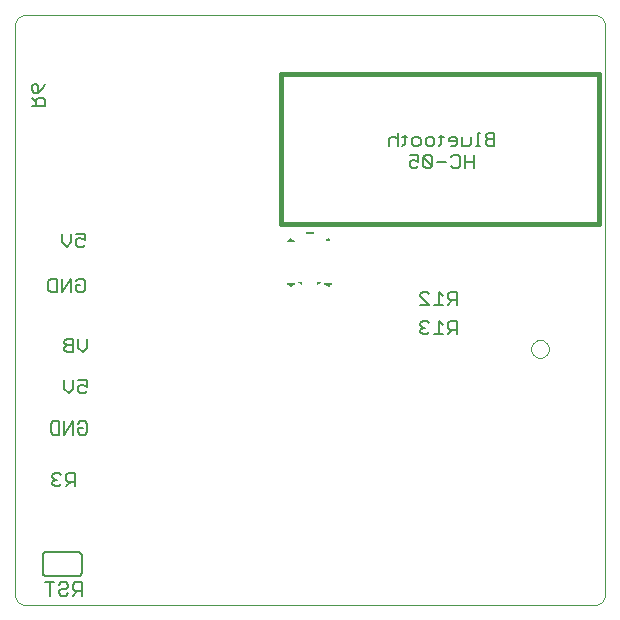
<source format=gbo>
G75*
%MOIN*%
%OFA0B0*%
%FSLAX24Y24*%
%IPPOS*%
%LPD*%
%AMOC8*
5,1,8,0,0,1.08239X$1,22.5*
%
%ADD10C,0.0000*%
%ADD11C,0.0060*%
%ADD12C,0.0160*%
%ADD13R,0.0004X0.0002*%
%ADD14R,0.0002X0.0002*%
%ADD15R,0.0010X0.0002*%
%ADD16R,0.0008X0.0002*%
%ADD17R,0.0014X0.0002*%
%ADD18R,0.0012X0.0002*%
%ADD19R,0.0020X0.0002*%
%ADD20R,0.0018X0.0002*%
%ADD21R,0.0024X0.0002*%
%ADD22R,0.0022X0.0002*%
%ADD23R,0.0030X0.0002*%
%ADD24R,0.0028X0.0002*%
%ADD25R,0.0034X0.0002*%
%ADD26R,0.0032X0.0002*%
%ADD27R,0.0040X0.0002*%
%ADD28R,0.0038X0.0002*%
%ADD29R,0.0044X0.0002*%
%ADD30R,0.0042X0.0002*%
%ADD31R,0.0050X0.0002*%
%ADD32R,0.0048X0.0002*%
%ADD33R,0.0054X0.0002*%
%ADD34R,0.0052X0.0002*%
%ADD35R,0.0060X0.0002*%
%ADD36R,0.0058X0.0002*%
%ADD37R,0.0064X0.0002*%
%ADD38R,0.0062X0.0002*%
%ADD39R,0.0070X0.0002*%
%ADD40R,0.0068X0.0002*%
%ADD41R,0.0074X0.0002*%
%ADD42R,0.0072X0.0002*%
%ADD43R,0.0080X0.0002*%
%ADD44R,0.0078X0.0002*%
%ADD45R,0.0084X0.0002*%
%ADD46R,0.0082X0.0002*%
%ADD47R,0.0090X0.0002*%
%ADD48R,0.0088X0.0002*%
%ADD49R,0.0094X0.0002*%
%ADD50R,0.0092X0.0002*%
%ADD51R,0.0100X0.0002*%
%ADD52R,0.0098X0.0002*%
%ADD53R,0.0104X0.0002*%
%ADD54R,0.0102X0.0002*%
%ADD55R,0.0110X0.0002*%
%ADD56R,0.0108X0.0002*%
%ADD57R,0.0114X0.0002*%
%ADD58R,0.0112X0.0002*%
%ADD59R,0.0120X0.0002*%
%ADD60R,0.0118X0.0002*%
%ADD61R,0.0124X0.0002*%
%ADD62R,0.0122X0.0002*%
%ADD63R,0.0130X0.0002*%
%ADD64R,0.0128X0.0002*%
%ADD65R,0.0134X0.0002*%
%ADD66R,0.0132X0.0002*%
%ADD67R,0.0140X0.0002*%
%ADD68R,0.0138X0.0002*%
%ADD69R,0.0144X0.0002*%
%ADD70R,0.0142X0.0002*%
%ADD71R,0.0148X0.0002*%
%ADD72R,0.0154X0.0002*%
%ADD73R,0.0152X0.0002*%
%ADD74R,0.0158X0.0002*%
%ADD75R,0.0164X0.0002*%
%ADD76R,0.0162X0.0002*%
%ADD77R,0.0168X0.0002*%
%ADD78R,0.0174X0.0002*%
%ADD79R,0.0172X0.0002*%
%ADD80R,0.0178X0.0002*%
%ADD81R,0.0184X0.0002*%
%ADD82R,0.0182X0.0002*%
%ADD83R,0.0188X0.0002*%
%ADD84R,0.0194X0.0002*%
%ADD85R,0.0192X0.0002*%
%ADD86R,0.0198X0.0002*%
%ADD87R,0.0204X0.0002*%
%ADD88R,0.0202X0.0002*%
%ADD89R,0.0208X0.0002*%
%ADD90R,0.0214X0.0002*%
%ADD91R,0.0212X0.0002*%
%ADD92R,0.0218X0.0002*%
%ADD93R,0.0224X0.0002*%
%ADD94R,0.0222X0.0002*%
%ADD95R,0.0228X0.0002*%
%ADD96R,0.0234X0.0002*%
%ADD97R,0.0004X0.0002*%
%ADD98R,0.0232X0.0002*%
%ADD99R,0.0238X0.0002*%
%ADD100R,0.0008X0.0002*%
%ADD101R,0.0244X0.0002*%
%ADD102R,0.0014X0.0002*%
%ADD103R,0.0242X0.0002*%
%ADD104R,0.0248X0.0002*%
%ADD105R,0.0016X0.0002*%
%ADD106R,0.0020X0.0002*%
%ADD107R,0.0254X0.0002*%
%ADD108R,0.0022X0.0002*%
%ADD109R,0.0026X0.0002*%
%ADD110R,0.0252X0.0002*%
%ADD111R,0.0258X0.0002*%
%ADD112R,0.0026X0.0002*%
%ADD113R,0.0264X0.0002*%
%ADD114R,0.0034X0.0002*%
%ADD115R,0.0036X0.0002*%
%ADD116R,0.0262X0.0002*%
%ADD117R,0.0268X0.0002*%
%ADD118R,0.0266X0.0002*%
%ADD119R,0.0274X0.0002*%
%ADD120R,0.0042X0.0002*%
%ADD121R,0.0272X0.0002*%
%ADD122R,0.0278X0.0002*%
%ADD123R,0.0046X0.0002*%
%ADD124R,0.0276X0.0002*%
%ADD125R,0.0284X0.0002*%
%ADD126R,0.0054X0.0002*%
%ADD127R,0.0056X0.0002*%
%ADD128R,0.0282X0.0002*%
%ADD129R,0.0288X0.0002*%
%ADD130R,0.0058X0.0002*%
%ADD131R,0.0060X0.0002*%
%ADD132R,0.0286X0.0002*%
%ADD133R,0.0294X0.0002*%
%ADD134R,0.0066X0.0002*%
%ADD135R,0.0292X0.0002*%
%ADD136R,0.0298X0.0002*%
%ADD137R,0.0066X0.0002*%
%ADD138R,0.0072X0.0002*%
%ADD139R,0.0296X0.0002*%
%ADD140R,0.0304X0.0002*%
%ADD141R,0.0072X0.0002*%
%ADD142R,0.0076X0.0002*%
%ADD143R,0.0302X0.0002*%
%ADD144R,0.0308X0.0002*%
%ADD145R,0.0076X0.0002*%
%ADD146R,0.0080X0.0002*%
%ADD147R,0.0306X0.0002*%
%ADD148R,0.0314X0.0002*%
%ADD149R,0.0086X0.0002*%
%ADD150R,0.0312X0.0002*%
%ADD151R,0.0318X0.0002*%
%ADD152R,0.0084X0.0002*%
%ADD153R,0.0316X0.0002*%
%ADD154R,0.0324X0.0002*%
%ADD155R,0.0090X0.0002*%
%ADD156R,0.0094X0.0002*%
%ADD157R,0.0322X0.0002*%
%ADD158R,0.0328X0.0002*%
%ADD159R,0.0094X0.0002*%
%ADD160R,0.0098X0.0002*%
%ADD161R,0.0326X0.0002*%
%ADD162R,0.0334X0.0002*%
%ADD163R,0.0332X0.0002*%
%ADD164R,0.0338X0.0002*%
%ADD165R,0.0102X0.0002*%
%ADD166R,0.0106X0.0002*%
%ADD167R,0.0336X0.0002*%
%ADD168R,0.0344X0.0002*%
%ADD169R,0.0110X0.0002*%
%ADD170R,0.0342X0.0002*%
%ADD171R,0.0348X0.0002*%
%ADD172R,0.0112X0.0002*%
%ADD173R,0.0114X0.0002*%
%ADD174R,0.0346X0.0002*%
%ADD175R,0.0354X0.0002*%
%ADD176R,0.0352X0.0002*%
%ADD177R,0.0358X0.0002*%
%ADD178R,0.0118X0.0002*%
%ADD179R,0.0356X0.0002*%
%ADD180R,0.0364X0.0002*%
%ADD181R,0.0122X0.0002*%
%ADD182R,0.0126X0.0002*%
%ADD183R,0.0362X0.0002*%
%ADD184R,0.0368X0.0002*%
%ADD185R,0.0366X0.0002*%
%ADD186R,0.0374X0.0002*%
%ADD187R,0.0130X0.0002*%
%ADD188R,0.0372X0.0002*%
%ADD189R,0.0378X0.0002*%
%ADD190R,0.0134X0.0002*%
%ADD191R,0.0376X0.0002*%
%ADD192R,0.0384X0.0002*%
%ADD193R,0.0138X0.0002*%
%ADD194R,0.0142X0.0002*%
%ADD195R,0.0382X0.0002*%
%ADD196R,0.0388X0.0002*%
%ADD197R,0.0144X0.0002*%
%ADD198R,0.0146X0.0002*%
%ADD199R,0.0386X0.0002*%
%ADD200R,0.0394X0.0002*%
%ADD201R,0.0150X0.0002*%
%ADD202R,0.0392X0.0002*%
%ADD203R,0.0544X0.0002*%
%ADD204R,0.0548X0.0002*%
%ADD205R,0.0546X0.0002*%
%ADD206R,0.0550X0.0002*%
%ADD207R,0.0550X0.0002*%
%ADD208R,0.0552X0.0002*%
%ADD209R,0.0552X0.0002*%
%ADD210R,0.0554X0.0002*%
%ADD211R,0.0554X0.0002*%
%ADD212R,0.0558X0.0002*%
%ADD213R,0.0556X0.0002*%
%ADD214R,0.0560X0.0002*%
%ADD215R,0.0556X0.0002*%
%ADD216R,0.0560X0.0002*%
%ADD217R,0.0554X0.0002*%
%ADD218R,0.0558X0.0002*%
%ADD219R,0.0552X0.0002*%
%ADD220R,0.0552X0.0002*%
%ADD221R,0.0548X0.0002*%
%ADD222R,0.0546X0.0002*%
%ADD223R,0.0544X0.0002*%
%ADD224R,0.0542X0.0002*%
%ADD225R,0.0540X0.0002*%
%ADD226R,0.0540X0.0002*%
%ADD227R,0.0538X0.0002*%
%ADD228R,0.0538X0.0002*%
%ADD229R,0.0542X0.0002*%
%ADD230R,0.0536X0.0002*%
%ADD231R,0.0534X0.0002*%
%ADD232R,0.0534X0.0002*%
%ADD233R,0.0536X0.0002*%
%ADD234R,0.0532X0.0002*%
%ADD235R,0.0530X0.0002*%
%ADD236R,0.0532X0.0002*%
%ADD237R,0.0532X0.0002*%
%ADD238R,0.0528X0.0002*%
%ADD239R,0.0528X0.0002*%
%ADD240R,0.0526X0.0002*%
%ADD241R,0.0530X0.0002*%
%ADD242R,0.0526X0.0002*%
%ADD243R,0.0524X0.0002*%
%ADD244R,0.0524X0.0002*%
%ADD245R,0.0522X0.0002*%
%ADD246R,0.0520X0.0002*%
%ADD247R,0.0522X0.0002*%
%ADD248R,0.0522X0.0002*%
%ADD249R,0.0518X0.0002*%
%ADD250R,0.0518X0.0002*%
%ADD251R,0.0516X0.0002*%
%ADD252R,0.0516X0.0002*%
%ADD253R,0.0520X0.0002*%
%ADD254R,0.0514X0.0002*%
%ADD255R,0.0512X0.0002*%
%ADD256R,0.0512X0.0002*%
%ADD257R,0.0514X0.0002*%
%ADD258R,0.0510X0.0002*%
%ADD259R,0.0510X0.0002*%
%ADD260R,0.0508X0.0002*%
%ADD261R,0.0512X0.0002*%
%ADD262R,0.0508X0.0002*%
%ADD263R,0.0506X0.0002*%
%ADD264R,0.0506X0.0002*%
%ADD265R,0.0504X0.0002*%
%ADD266R,0.0502X0.0002*%
%ADD267R,0.0504X0.0002*%
%ADD268R,0.0502X0.0002*%
%ADD269R,0.0500X0.0002*%
%ADD270R,0.0498X0.0002*%
%ADD271R,0.0502X0.0002*%
%ADD272R,0.0496X0.0002*%
%ADD273R,0.0496X0.0002*%
%ADD274R,0.0500X0.0002*%
%ADD275R,0.0494X0.0002*%
%ADD276R,0.0498X0.0002*%
%ADD277R,0.0494X0.0002*%
%ADD278R,0.0492X0.0002*%
%ADD279R,0.0490X0.0002*%
%ADD280R,0.0492X0.0002*%
%ADD281R,0.0488X0.0002*%
%ADD282R,0.0488X0.0002*%
%ADD283R,0.0492X0.0002*%
%ADD284R,0.0486X0.0002*%
%ADD285R,0.0490X0.0002*%
%ADD286R,0.0486X0.0002*%
%ADD287R,0.0484X0.0002*%
%ADD288R,0.0484X0.0002*%
%ADD289R,0.0484X0.0002*%
%ADD290R,0.0482X0.0002*%
%ADD291R,0.0480X0.0002*%
%ADD292R,0.0482X0.0002*%
%ADD293R,0.0480X0.0002*%
%ADD294R,0.0478X0.0002*%
%ADD295R,0.0478X0.0002*%
%ADD296R,0.0482X0.0002*%
%ADD297R,0.0476X0.0002*%
%ADD298R,0.0474X0.0002*%
%ADD299R,0.0474X0.0002*%
%ADD300R,0.0476X0.0002*%
%ADD301R,0.0472X0.0002*%
%ADD302R,0.0470X0.0002*%
%ADD303R,0.0472X0.0002*%
%ADD304R,0.0468X0.0002*%
%ADD305R,0.0472X0.0002*%
%ADD306R,0.0468X0.0002*%
%ADD307R,0.0466X0.0002*%
%ADD308R,0.0466X0.0002*%
%ADD309R,0.0470X0.0002*%
%ADD310R,0.0464X0.0002*%
%ADD311R,0.0462X0.0002*%
%ADD312R,0.0464X0.0002*%
%ADD313R,0.0462X0.0002*%
%ADD314R,0.0460X0.0002*%
%ADD315R,0.0460X0.0002*%
%ADD316R,0.0458X0.0002*%
%ADD317R,0.0458X0.0002*%
%ADD318R,0.0456X0.0002*%
%ADD319R,0.0462X0.0002*%
%ADD320R,0.0456X0.0002*%
%ADD321R,0.0462X0.0002*%
%ADD322R,0.0464X0.0002*%
%ADD323R,0.0472X0.0002*%
%ADD324R,0.0502X0.0002*%
%ADD325R,0.0504X0.0002*%
%ADD326R,0.0524X0.0002*%
%ADD327R,0.0532X0.0002*%
%ADD328R,0.0542X0.0002*%
%ADD329R,0.0542X0.0002*%
%ADD330R,0.0534X0.0002*%
%ADD331R,0.0524X0.0002*%
%ADD332R,0.0512X0.0002*%
%ADD333R,0.0492X0.0002*%
%ADD334R,0.0482X0.0002*%
%ADD335R,0.0504X0.0002*%
%ADD336R,0.0568X0.0002*%
%ADD337R,0.0576X0.0002*%
%ADD338R,0.0572X0.0002*%
%ADD339R,0.0586X0.0002*%
%ADD340R,0.0580X0.0002*%
%ADD341R,0.0594X0.0002*%
%ADD342R,0.0590X0.0002*%
%ADD343R,0.0604X0.0002*%
%ADD344R,0.0598X0.0002*%
%ADD345R,0.0612X0.0002*%
%ADD346R,0.0608X0.0002*%
%ADD347R,0.0622X0.0002*%
%ADD348R,0.0616X0.0002*%
%ADD349R,0.0630X0.0002*%
%ADD350R,0.0626X0.0002*%
%ADD351R,0.0640X0.0002*%
%ADD352R,0.0634X0.0002*%
%ADD353R,0.0648X0.0002*%
%ADD354R,0.0644X0.0002*%
%ADD355R,0.0658X0.0002*%
%ADD356R,0.0652X0.0002*%
%ADD357R,0.0666X0.0002*%
%ADD358R,0.0662X0.0002*%
%ADD359R,0.0676X0.0002*%
%ADD360R,0.0670X0.0002*%
%ADD361R,0.0684X0.0002*%
%ADD362R,0.0680X0.0002*%
%ADD363R,0.0694X0.0002*%
%ADD364R,0.0688X0.0002*%
%ADD365R,0.0704X0.0002*%
%ADD366R,0.0698X0.0002*%
%ADD367R,0.0714X0.0002*%
%ADD368R,0.0708X0.0002*%
%ADD369R,0.0722X0.0002*%
%ADD370R,0.0716X0.0002*%
%ADD371R,0.0722X0.0002*%
%ADD372R,0.0720X0.0002*%
%ADD373R,0.0720X0.0002*%
%ADD374R,0.0718X0.0002*%
%ADD375R,0.0718X0.0002*%
%ADD376R,0.0716X0.0002*%
%ADD377R,0.0714X0.0002*%
%ADD378R,0.0714X0.0002*%
%ADD379R,0.0714X0.0002*%
%ADD380R,0.0712X0.0002*%
%ADD381R,0.0712X0.0002*%
%ADD382R,0.0710X0.0002*%
%ADD383R,0.0710X0.0002*%
%ADD384R,0.0708X0.0002*%
%ADD385R,0.0706X0.0002*%
%ADD386R,0.0706X0.0002*%
%ADD387R,0.0704X0.0002*%
%ADD388R,0.0704X0.0002*%
%ADD389R,0.0704X0.0002*%
%ADD390R,0.0702X0.0002*%
%ADD391R,0.0702X0.0002*%
%ADD392R,0.0700X0.0002*%
%ADD393R,0.0700X0.0002*%
%ADD394R,0.0698X0.0002*%
%ADD395R,0.0696X0.0002*%
%ADD396R,0.0688X0.0002*%
%ADD397R,0.0678X0.0002*%
%ADD398R,0.0670X0.0002*%
%ADD399R,0.0656X0.0002*%
%ADD400R,0.0660X0.0002*%
%ADD401R,0.0638X0.0002*%
%ADD402R,0.0642X0.0002*%
%ADD403R,0.0634X0.0002*%
%ADD404R,0.0618X0.0002*%
%ADD405R,0.0624X0.0002*%
%ADD406R,0.0610X0.0002*%
%ADD407R,0.0616X0.0002*%
%ADD408R,0.0600X0.0002*%
%ADD409R,0.0606X0.0002*%
%ADD410R,0.0592X0.0002*%
%ADD411R,0.0598X0.0002*%
%ADD412R,0.0582X0.0002*%
%ADD413R,0.0588X0.0002*%
%ADD414R,0.0574X0.0002*%
%ADD415R,0.0580X0.0002*%
%ADD416R,0.0566X0.0002*%
%ADD417R,0.0562X0.0002*%
%ADD418R,0.0562X0.0002*%
%ADD419R,0.0568X0.0002*%
%ADD420R,0.0566X0.0002*%
%ADD421R,0.0570X0.0002*%
%ADD422R,0.0574X0.0002*%
%ADD423R,0.0576X0.0002*%
%ADD424R,0.0578X0.0002*%
%ADD425R,0.0582X0.0002*%
%ADD426R,0.0584X0.0002*%
%ADD427R,0.0586X0.0002*%
%ADD428R,0.0590X0.0002*%
%ADD429R,0.0596X0.0002*%
%ADD430R,0.0612X0.0002*%
%ADD431R,0.0614X0.0002*%
%ADD432R,0.0620X0.0002*%
%ADD433R,0.0628X0.0002*%
%ADD434R,0.0638X0.0002*%
%ADD435R,0.0652X0.0002*%
%ADD436R,0.0678X0.0002*%
%ADD437R,0.1376X0.0002*%
%ADD438R,0.1372X0.0002*%
%ADD439R,0.1372X0.0002*%
%ADD440R,0.1368X0.0002*%
%ADD441R,0.1368X0.0002*%
%ADD442R,0.1366X0.0002*%
%ADD443R,0.1364X0.0002*%
%ADD444R,0.1362X0.0002*%
%ADD445R,0.1360X0.0002*%
%ADD446R,0.1358X0.0002*%
%ADD447R,0.1356X0.0002*%
%ADD448R,0.1354X0.0002*%
%ADD449R,0.1352X0.0002*%
%ADD450R,0.1350X0.0002*%
%ADD451R,0.1348X0.0002*%
%ADD452R,0.1346X0.0002*%
%ADD453R,0.1344X0.0002*%
%ADD454R,0.1342X0.0002*%
%ADD455R,0.1340X0.0002*%
%ADD456R,0.1336X0.0002*%
%ADD457R,0.1336X0.0002*%
%ADD458R,0.1332X0.0002*%
%ADD459R,0.1332X0.0002*%
%ADD460R,0.1328X0.0002*%
%ADD461R,0.1326X0.0002*%
%ADD462R,0.1324X0.0002*%
%ADD463R,0.1322X0.0002*%
%ADD464R,0.1320X0.0002*%
%ADD465R,0.1316X0.0002*%
%ADD466R,0.1316X0.0002*%
%ADD467R,0.1312X0.0002*%
%ADD468R,0.1310X0.0002*%
%ADD469R,0.1308X0.0002*%
%ADD470R,0.1306X0.0002*%
%ADD471R,0.1304X0.0002*%
%ADD472R,0.1300X0.0002*%
%ADD473R,0.1300X0.0002*%
%ADD474R,0.1296X0.0002*%
%ADD475R,0.1294X0.0002*%
%ADD476R,0.1292X0.0002*%
%ADD477R,0.1292X0.0002*%
%ADD478R,0.1294X0.0002*%
%ADD479R,0.1298X0.0002*%
%ADD480R,0.1302X0.0002*%
%ADD481R,0.1308X0.0002*%
%ADD482R,0.1310X0.0002*%
%ADD483R,0.1314X0.0002*%
%ADD484R,0.1318X0.0002*%
%ADD485R,0.1322X0.0002*%
%ADD486R,0.1326X0.0002*%
%ADD487R,0.1330X0.0002*%
%ADD488R,0.1334X0.0002*%
%ADD489R,0.1338X0.0002*%
%ADD490R,0.1342X0.0002*%
%ADD491R,0.1354X0.0002*%
%ADD492R,0.1356X0.0002*%
%ADD493R,0.1358X0.0002*%
%ADD494R,0.1362X0.0002*%
%ADD495R,0.1364X0.0002*%
%ADD496R,0.1370X0.0002*%
%ADD497R,0.1374X0.0002*%
%ADD498R,0.1378X0.0002*%
%ADD499R,0.1380X0.0002*%
%ADD500R,0.1382X0.0002*%
%ADD501R,0.1386X0.0002*%
%ADD502R,0.1388X0.0002*%
%ADD503R,0.1390X0.0002*%
%ADD504R,0.1394X0.0002*%
%ADD505R,0.1396X0.0002*%
%ADD506R,0.1398X0.0002*%
%ADD507R,0.1402X0.0002*%
%ADD508R,0.1404X0.0002*%
%ADD509R,0.1406X0.0002*%
%ADD510R,0.1410X0.0002*%
%ADD511R,0.1412X0.0002*%
%ADD512R,0.1414X0.0002*%
%ADD513R,0.1418X0.0002*%
%ADD514R,0.1420X0.0002*%
%ADD515R,0.1422X0.0002*%
%ADD516R,0.1426X0.0002*%
%ADD517R,0.1428X0.0002*%
%ADD518R,0.1430X0.0002*%
%ADD519R,0.1434X0.0002*%
%ADD520R,0.1436X0.0002*%
%ADD521R,0.1440X0.0002*%
%ADD522R,0.1442X0.0002*%
%ADD523R,0.1444X0.0002*%
%ADD524R,0.1448X0.0002*%
%ADD525R,0.1450X0.0002*%
%ADD526R,0.1452X0.0002*%
%ADD527R,0.1456X0.0002*%
%ADD528R,0.1458X0.0002*%
%ADD529R,0.1460X0.0002*%
%ADD530R,0.1464X0.0002*%
%ADD531R,0.1466X0.0002*%
%ADD532R,0.1468X0.0002*%
%ADD533R,0.1472X0.0002*%
%ADD534R,0.1474X0.0002*%
%ADD535R,0.1476X0.0002*%
%ADD536R,0.1480X0.0002*%
%ADD537R,0.1482X0.0002*%
%ADD538R,0.1484X0.0002*%
%ADD539R,0.1488X0.0002*%
%ADD540R,0.1490X0.0002*%
%ADD541R,0.1492X0.0002*%
%ADD542R,0.1496X0.0002*%
%ADD543R,0.1498X0.0002*%
%ADD544R,0.1500X0.0002*%
%ADD545R,0.1504X0.0002*%
%ADD546R,0.1506X0.0002*%
%ADD547R,0.1508X0.0002*%
%ADD548R,0.1512X0.0002*%
%ADD549R,0.1514X0.0002*%
%ADD550R,0.1516X0.0002*%
%ADD551R,0.1520X0.0002*%
%ADD552R,0.1522X0.0002*%
%ADD553R,0.1524X0.0002*%
%ADD554R,0.1528X0.0002*%
%ADD555R,0.1530X0.0002*%
%ADD556R,0.1532X0.0002*%
%ADD557R,0.1536X0.0002*%
%ADD558R,0.1538X0.0002*%
%ADD559R,0.1540X0.0002*%
%ADD560R,0.1544X0.0002*%
%ADD561R,0.1546X0.0002*%
%ADD562R,0.1548X0.0002*%
%ADD563R,0.1552X0.0002*%
%ADD564R,0.1554X0.0002*%
%ADD565R,0.1556X0.0002*%
%ADD566R,0.1560X0.0002*%
%ADD567R,0.1562X0.0002*%
%ADD568R,0.1564X0.0002*%
%ADD569R,0.1568X0.0002*%
%ADD570R,0.1570X0.0002*%
%ADD571R,0.1572X0.0002*%
%ADD572R,0.1576X0.0002*%
%ADD573R,0.1578X0.0002*%
%ADD574R,0.1580X0.0002*%
%ADD575R,0.1584X0.0002*%
%ADD576R,0.1586X0.0002*%
%ADD577R,0.1590X0.0002*%
%ADD578R,0.1592X0.0002*%
%ADD579R,0.1594X0.0002*%
%ADD580R,0.1598X0.0002*%
%ADD581R,0.1600X0.0002*%
%ADD582R,0.1602X0.0002*%
%ADD583R,0.1596X0.0002*%
%ADD584R,0.1592X0.0002*%
%ADD585R,0.1588X0.0002*%
%ADD586R,0.1576X0.0002*%
%ADD587R,0.0792X0.0002*%
%ADD588R,0.0784X0.0002*%
%ADD589R,0.0380X0.0002*%
%ADD590R,0.0778X0.0002*%
%ADD591R,0.0376X0.0002*%
%ADD592R,0.0772X0.0002*%
%ADD593R,0.0370X0.0002*%
%ADD594R,0.0764X0.0002*%
%ADD595R,0.0758X0.0002*%
%ADD596R,0.0360X0.0002*%
%ADD597R,0.0750X0.0002*%
%ADD598R,0.0356X0.0002*%
%ADD599R,0.0744X0.0002*%
%ADD600R,0.0350X0.0002*%
%ADD601R,0.0736X0.0002*%
%ADD602R,0.0346X0.0002*%
%ADD603R,0.0730X0.0002*%
%ADD604R,0.0340X0.0002*%
%ADD605R,0.0336X0.0002*%
%ADD606R,0.0330X0.0002*%
%ADD607R,0.0326X0.0002*%
%ADD608R,0.0320X0.0002*%
%ADD609R,0.0692X0.0002*%
%ADD610R,0.0310X0.0002*%
%ADD611R,0.0306X0.0002*%
%ADD612R,0.0668X0.0002*%
%ADD613R,0.0300X0.0002*%
%ADD614R,0.0296X0.0002*%
%ADD615R,0.0290X0.0002*%
%ADD616R,0.0644X0.0002*%
%ADD617R,0.0286X0.0002*%
%ADD618R,0.0280X0.0002*%
%ADD619R,0.0626X0.0002*%
%ADD620R,0.0276X0.0002*%
%ADD621R,0.0270X0.0002*%
%ADD622R,0.0260X0.0002*%
%ADD623R,0.0256X0.0002*%
%ADD624R,0.0250X0.0002*%
%ADD625R,0.0246X0.0002*%
%ADD626R,0.0240X0.0002*%
%ADD627R,0.0236X0.0002*%
%ADD628R,0.0230X0.0002*%
%ADD629R,0.0226X0.0002*%
%ADD630R,0.0220X0.0002*%
%ADD631R,0.0216X0.0002*%
%ADD632R,0.0210X0.0002*%
%ADD633R,0.0206X0.0002*%
%ADD634R,0.0200X0.0002*%
%ADD635R,0.0196X0.0002*%
%ADD636R,0.0446X0.0002*%
%ADD637R,0.0190X0.0002*%
%ADD638R,0.0432X0.0002*%
%ADD639R,0.0186X0.0002*%
%ADD640R,0.0420X0.0002*%
%ADD641R,0.0180X0.0002*%
%ADD642R,0.0404X0.0002*%
%ADD643R,0.0176X0.0002*%
%ADD644R,0.0390X0.0002*%
%ADD645R,0.0170X0.0002*%
%ADD646R,0.0166X0.0002*%
%ADD647R,0.0160X0.0002*%
%ADD648R,0.0348X0.0002*%
%ADD649R,0.0156X0.0002*%
%ADD650R,0.0150X0.0002*%
%ADD651R,0.0136X0.0002*%
%ADD652R,0.0344X0.0002*%
%ADD653R,0.0344X0.0002*%
%ADD654R,0.0126X0.0002*%
%ADD655R,0.0116X0.0002*%
%ADD656R,0.0342X0.0002*%
%ADD657R,0.0340X0.0002*%
%ADD658R,0.0096X0.0002*%
%ADD659R,0.0338X0.0002*%
%ADD660R,0.0086X0.0002*%
%ADD661R,0.0334X0.0002*%
%ADD662R,0.0332X0.0002*%
%ADD663R,0.0056X0.0002*%
%ADD664R,0.0330X0.0002*%
%ADD665R,0.0036X0.0002*%
%ADD666R,0.0328X0.0002*%
%ADD667R,0.0016X0.0002*%
%ADD668R,0.0324X0.0002*%
%ADD669R,0.0006X0.0002*%
%ADD670R,0.0322X0.0002*%
%ADD671R,0.0322X0.0002*%
%ADD672R,0.0320X0.0002*%
%ADD673R,0.0318X0.0002*%
%ADD674R,0.0316X0.0002*%
%ADD675R,0.0314X0.0002*%
%ADD676R,0.0312X0.0002*%
%ADD677R,0.0312X0.0002*%
%ADD678R,0.0310X0.0002*%
%ADD679R,0.0308X0.0002*%
%ADD680R,0.0304X0.0002*%
%ADD681R,0.0302X0.0002*%
%ADD682R,0.0302X0.0002*%
%ADD683R,0.0300X0.0002*%
%ADD684R,0.0298X0.0002*%
%ADD685R,0.0294X0.0002*%
%ADD686R,0.0294X0.0002*%
%ADD687R,0.0292X0.0002*%
%ADD688R,0.0290X0.0002*%
%ADD689R,0.0288X0.0002*%
%ADD690R,0.0284X0.0002*%
%ADD691R,0.0282X0.0002*%
%ADD692R,0.0280X0.0002*%
%ADD693R,0.0278X0.0002*%
%ADD694R,0.0274X0.0002*%
%ADD695R,0.0272X0.0002*%
%ADD696R,0.0272X0.0002*%
%ADD697R,0.0270X0.0002*%
%ADD698R,0.0268X0.0002*%
%ADD699R,0.0266X0.0002*%
%ADD700R,0.0264X0.0002*%
%ADD701R,0.0262X0.0002*%
%ADD702R,0.0262X0.0002*%
%ADD703R,0.0260X0.0002*%
%ADD704R,0.0258X0.0002*%
%ADD705R,0.0256X0.0002*%
%ADD706R,0.0254X0.0002*%
%ADD707R,0.0252X0.0002*%
%ADD708R,0.0252X0.0002*%
%ADD709R,0.0250X0.0002*%
%ADD710R,0.0248X0.0002*%
%ADD711R,0.0246X0.0002*%
%ADD712R,0.0244X0.0002*%
%ADD713R,0.0244X0.0002*%
%ADD714R,0.0242X0.0002*%
%ADD715R,0.0240X0.0002*%
%ADD716R,0.0095X0.0005*%
%ADD717R,0.0215X0.0005*%
%ADD718R,0.0295X0.0005*%
%ADD719R,0.0350X0.0005*%
%ADD720R,0.0400X0.0005*%
%ADD721R,0.0445X0.0005*%
%ADD722R,0.0485X0.0005*%
%ADD723R,0.0520X0.0005*%
%ADD724R,0.0555X0.0005*%
%ADD725R,0.0585X0.0005*%
%ADD726R,0.0615X0.0005*%
%ADD727R,0.0640X0.0005*%
%ADD728R,0.0670X0.0005*%
%ADD729R,0.0695X0.0005*%
%ADD730R,0.0720X0.0005*%
%ADD731R,0.0745X0.0005*%
%ADD732R,0.0770X0.0005*%
%ADD733R,0.0790X0.0005*%
%ADD734R,0.0810X0.0005*%
%ADD735R,0.0830X0.0005*%
%ADD736R,0.0850X0.0005*%
%ADD737R,0.0870X0.0005*%
%ADD738R,0.0890X0.0005*%
%ADD739R,0.0910X0.0005*%
%ADD740R,0.0930X0.0005*%
%ADD741R,0.0950X0.0005*%
%ADD742R,0.0960X0.0005*%
%ADD743R,0.0980X0.0005*%
%ADD744R,0.1000X0.0005*%
%ADD745R,0.1010X0.0005*%
%ADD746R,0.1030X0.0005*%
%ADD747R,0.1045X0.0005*%
%ADD748R,0.1060X0.0005*%
%ADD749R,0.1075X0.0005*%
%ADD750R,0.1090X0.0005*%
%ADD751R,0.0490X0.0005*%
%ADD752R,0.0495X0.0005*%
%ADD753R,0.0450X0.0005*%
%ADD754R,0.0425X0.0005*%
%ADD755R,0.0405X0.0005*%
%ADD756R,0.0410X0.0005*%
%ADD757R,0.0390X0.0005*%
%ADD758R,0.0395X0.0005*%
%ADD759R,0.0380X0.0005*%
%ADD760R,0.0365X0.0005*%
%ADD761R,0.0370X0.0005*%
%ADD762R,0.0355X0.0005*%
%ADD763R,0.0360X0.0005*%
%ADD764R,0.0345X0.0005*%
%ADD765R,0.0340X0.0005*%
%ADD766R,0.0335X0.0005*%
%ADD767R,0.0325X0.0005*%
%ADD768R,0.0330X0.0005*%
%ADD769R,0.0320X0.0005*%
%ADD770R,0.0315X0.0005*%
%ADD771R,0.0305X0.0005*%
%ADD772R,0.0310X0.0005*%
%ADD773R,0.0300X0.0005*%
%ADD774R,0.0290X0.0005*%
%ADD775R,0.0285X0.0005*%
%ADD776R,0.0280X0.0005*%
%ADD777R,0.0275X0.0005*%
%ADD778R,0.0270X0.0005*%
%ADD779R,0.0265X0.0005*%
%ADD780R,0.0260X0.0005*%
%ADD781R,0.0255X0.0005*%
%ADD782R,0.0250X0.0005*%
%ADD783R,0.0245X0.0005*%
%ADD784R,0.0240X0.0005*%
%ADD785R,0.0235X0.0005*%
%ADD786R,0.0230X0.0005*%
%ADD787R,0.0225X0.0005*%
%ADD788R,0.0220X0.0005*%
%ADD789R,0.0210X0.0005*%
%ADD790R,0.0205X0.0005*%
%ADD791R,0.0200X0.0005*%
%ADD792R,0.0195X0.0005*%
%ADD793R,0.0190X0.0005*%
%ADD794R,0.0185X0.0005*%
%ADD795R,0.0180X0.0005*%
%ADD796R,0.0110X0.0005*%
%ADD797R,0.0160X0.0005*%
%ADD798R,0.0175X0.0005*%
%ADD799R,0.0415X0.0005*%
%ADD800R,0.0420X0.0005*%
%ADD801R,0.0430X0.0005*%
%ADD802R,0.0440X0.0005*%
%ADD803R,0.0460X0.0005*%
%ADD804R,0.0170X0.0005*%
%ADD805R,0.0470X0.0005*%
%ADD806R,0.0480X0.0005*%
%ADD807R,0.0140X0.0005*%
%ADD808R,0.0145X0.0005*%
%ADD809R,0.0125X0.0005*%
%ADD810R,0.0130X0.0005*%
%ADD811R,0.0115X0.0005*%
%ADD812R,0.0100X0.0005*%
%ADD813R,0.0085X0.0005*%
%ADD814R,0.0070X0.0005*%
%ADD815R,0.0060X0.0005*%
%ADD816R,0.0045X0.0005*%
%ADD817R,0.0030X0.0005*%
%ADD818R,0.0035X0.0005*%
%ADD819R,0.0020X0.0005*%
%ADD820R,0.0005X0.0005*%
%ADD821R,0.0010X0.0005*%
%ADD822R,0.0165X0.0005*%
%ADD823R,0.0015X0.0005*%
%ADD824R,0.0040X0.0005*%
%ADD825R,0.0055X0.0005*%
%ADD826R,0.0155X0.0005*%
%ADD827R,0.0475X0.0005*%
%ADD828R,0.0465X0.0005*%
%ADD829R,0.0375X0.0005*%
%ADD830R,0.0455X0.0005*%
%ADD831R,0.1085X0.0005*%
%ADD832R,0.1015X0.0005*%
%ADD833R,0.0995X0.0005*%
%ADD834R,0.0965X0.0005*%
%ADD835R,0.0945X0.0005*%
%ADD836R,0.0740X0.0005*%
%ADD837R,0.0690X0.0005*%
%ADD838R,0.0610X0.0005*%
%ADD839R,0.0580X0.0005*%
%ADD840R,0.0540X0.0005*%
%ADD841R,0.0505X0.0005*%
%ADD842R,0.0105X0.0005*%
%ADD843R,0.0080X0.0004*%
%ADD844R,0.0180X0.0004*%
%ADD845R,0.0240X0.0004*%
%ADD846R,0.0288X0.0004*%
%ADD847R,0.0328X0.0004*%
%ADD848R,0.0364X0.0004*%
%ADD849R,0.0396X0.0004*%
%ADD850R,0.0424X0.0004*%
%ADD851R,0.0456X0.0004*%
%ADD852R,0.0480X0.0004*%
%ADD853R,0.0504X0.0004*%
%ADD854R,0.0524X0.0004*%
%ADD855R,0.0544X0.0004*%
%ADD856R,0.0568X0.0004*%
%ADD857R,0.0584X0.0004*%
%ADD858R,0.0604X0.0004*%
%ADD859R,0.0624X0.0004*%
%ADD860R,0.0640X0.0004*%
%ADD861R,0.0656X0.0004*%
%ADD862R,0.0672X0.0004*%
%ADD863R,0.0688X0.0004*%
%ADD864R,0.0704X0.0004*%
%ADD865R,0.0720X0.0004*%
%ADD866R,0.0732X0.0004*%
%ADD867R,0.0748X0.0004*%
%ADD868R,0.0760X0.0004*%
%ADD869R,0.0776X0.0004*%
%ADD870R,0.0788X0.0004*%
%ADD871R,0.0800X0.0004*%
%ADD872R,0.0812X0.0004*%
%ADD873R,0.0824X0.0004*%
%ADD874R,0.0836X0.0004*%
%ADD875R,0.0848X0.0004*%
%ADD876R,0.0860X0.0004*%
%ADD877R,0.0872X0.0004*%
%ADD878R,0.0376X0.0004*%
%ADD879R,0.0352X0.0004*%
%ADD880R,0.0348X0.0004*%
%ADD881R,0.0332X0.0004*%
%ADD882R,0.0316X0.0004*%
%ADD883R,0.0304X0.0004*%
%ADD884R,0.0296X0.0004*%
%ADD885R,0.0292X0.0004*%
%ADD886R,0.0276X0.0004*%
%ADD887R,0.0280X0.0004*%
%ADD888R,0.0272X0.0004*%
%ADD889R,0.0272X0.0004*%
%ADD890R,0.0268X0.0004*%
%ADD891R,0.0264X0.0004*%
%ADD892R,0.0260X0.0004*%
%ADD893R,0.0264X0.0004*%
%ADD894R,0.0256X0.0004*%
%ADD895R,0.0248X0.0004*%
%ADD896R,0.0252X0.0004*%
%ADD897R,0.0244X0.0004*%
%ADD898R,0.0240X0.0004*%
%ADD899R,0.0236X0.0004*%
%ADD900R,0.0232X0.0004*%
%ADD901R,0.0228X0.0004*%
%ADD902R,0.0224X0.0004*%
%ADD903R,0.0220X0.0004*%
%ADD904R,0.0224X0.0004*%
%ADD905R,0.0216X0.0004*%
%ADD906R,0.0212X0.0004*%
%ADD907R,0.0212X0.0004*%
%ADD908R,0.0212X0.0004*%
%ADD909R,0.0208X0.0004*%
%ADD910R,0.0200X0.0004*%
%ADD911R,0.0200X0.0004*%
%ADD912R,0.0204X0.0004*%
%ADD913R,0.0196X0.0004*%
%ADD914R,0.0196X0.0004*%
%ADD915R,0.0188X0.0004*%
%ADD916R,0.0188X0.0004*%
%ADD917R,0.0184X0.0004*%
%ADD918R,0.0184X0.0004*%
%ADD919R,0.0176X0.0004*%
%ADD920R,0.0176X0.0004*%
%ADD921R,0.0172X0.0004*%
%ADD922R,0.0172X0.0004*%
%ADD923R,0.0172X0.0004*%
%ADD924R,0.0168X0.0004*%
%ADD925R,0.0168X0.0004*%
%ADD926R,0.0164X0.0004*%
%ADD927R,0.0164X0.0004*%
%ADD928R,0.0164X0.0004*%
%ADD929R,0.0160X0.0004*%
%ADD930R,0.0160X0.0004*%
%ADD931R,0.0156X0.0004*%
%ADD932R,0.0156X0.0004*%
%ADD933R,0.0152X0.0004*%
%ADD934R,0.0152X0.0004*%
%ADD935R,0.0152X0.0004*%
%ADD936R,0.0152X0.0004*%
%ADD937R,0.0148X0.0004*%
%ADD938R,0.0148X0.0004*%
%ADD939R,0.0144X0.0004*%
%ADD940R,0.0144X0.0004*%
%ADD941R,0.0144X0.0004*%
%ADD942R,0.0144X0.0004*%
%ADD943R,0.0140X0.0004*%
%ADD944R,0.0140X0.0004*%
%ADD945R,0.0136X0.0004*%
%ADD946R,0.0136X0.0004*%
%ADD947R,0.0416X0.0004*%
%ADD948R,0.0416X0.0004*%
%ADD949R,0.0408X0.0004*%
%ADD950R,0.0408X0.0004*%
%ADD951R,0.0400X0.0004*%
%ADD952R,0.0400X0.0004*%
%ADD953R,0.0392X0.0004*%
%ADD954R,0.0388X0.0004*%
%ADD955R,0.0380X0.0004*%
%ADD956R,0.0368X0.0004*%
%ADD957R,0.0356X0.0004*%
%ADD958R,0.0336X0.0004*%
%ADD959R,0.0072X0.0004*%
%ADD960R,0.0096X0.0004*%
%ADD961R,0.0120X0.0004*%
%ADD962R,0.0128X0.0004*%
%ADD963R,0.0192X0.0004*%
%ADD964R,0.0192X0.0004*%
%ADD965R,0.0208X0.0004*%
%ADD966R,0.0172X0.0004*%
%ADD967R,0.0184X0.0004*%
%ADD968R,0.0192X0.0004*%
%ADD969R,0.0192X0.0004*%
%ADD970R,0.0120X0.0004*%
%ADD971R,0.0104X0.0004*%
%ADD972R,0.0080X0.0004*%
%ADD973R,0.0048X0.0004*%
%ADD974R,0.0204X0.0004*%
%ADD975R,0.0204X0.0004*%
%ADD976R,0.0204X0.0004*%
%ADD977R,0.0216X0.0004*%
%ADD978R,0.0228X0.0004*%
%ADD979R,0.0232X0.0004*%
%ADD980R,0.0248X0.0004*%
%ADD981R,0.0244X0.0004*%
%ADD982R,0.0252X0.0004*%
%ADD983R,0.0260X0.0004*%
%ADD984R,0.0264X0.0004*%
%ADD985R,0.0272X0.0004*%
%ADD986R,0.0268X0.0004*%
%ADD987R,0.0284X0.0004*%
%ADD988R,0.0292X0.0004*%
%ADD989R,0.0304X0.0004*%
%ADD990R,0.0316X0.0004*%
%ADD991R,0.0312X0.0004*%
%ADD992R,0.0324X0.0004*%
%ADD993R,0.0344X0.0004*%
%ADD994R,0.0344X0.0004*%
%ADD995R,0.0412X0.0004*%
%ADD996R,0.0872X0.0004*%
%ADD997R,0.0852X0.0004*%
%ADD998R,0.0824X0.0004*%
%ADD999R,0.0812X0.0004*%
%ADD1000R,0.0772X0.0004*%
%ADD1001R,0.0760X0.0004*%
%ADD1002R,0.0744X0.0004*%
%ADD1003R,0.0716X0.0004*%
%ADD1004R,0.0700X0.0004*%
%ADD1005R,0.0684X0.0004*%
%ADD1006R,0.0668X0.0004*%
%ADD1007R,0.0652X0.0004*%
%ADD1008R,0.0636X0.0004*%
%ADD1009R,0.0616X0.0004*%
%ADD1010R,0.0600X0.0004*%
%ADD1011R,0.0576X0.0004*%
%ADD1012R,0.0560X0.0004*%
%ADD1013R,0.0536X0.0004*%
%ADD1014R,0.0512X0.0004*%
%ADD1015R,0.0488X0.0004*%
%ADD1016R,0.0464X0.0004*%
%ADD1017R,0.0436X0.0004*%
%ADD1018R,0.0376X0.0004*%
%ADD1019R,0.0084X0.0004*%
%ADD1020R,0.0079X0.0079*%
D10*
X003228Y003056D02*
X003228Y021954D01*
X003230Y021993D01*
X003236Y022031D01*
X003245Y022068D01*
X003258Y022105D01*
X003275Y022140D01*
X003294Y022173D01*
X003317Y022204D01*
X003343Y022233D01*
X003372Y022259D01*
X003403Y022282D01*
X003436Y022301D01*
X003471Y022318D01*
X003508Y022331D01*
X003545Y022340D01*
X003583Y022346D01*
X003622Y022348D01*
X003622Y022347D02*
X022519Y022347D01*
X022519Y022348D02*
X022558Y022346D01*
X022596Y022340D01*
X022633Y022331D01*
X022670Y022318D01*
X022705Y022301D01*
X022738Y022282D01*
X022769Y022259D01*
X022798Y022233D01*
X022824Y022204D01*
X022847Y022173D01*
X022866Y022140D01*
X022883Y022105D01*
X022896Y022068D01*
X022905Y022031D01*
X022911Y021993D01*
X022913Y021954D01*
X022913Y003056D01*
X022911Y003017D01*
X022905Y002979D01*
X022896Y002942D01*
X022883Y002905D01*
X022866Y002870D01*
X022847Y002837D01*
X022824Y002806D01*
X022798Y002777D01*
X022769Y002751D01*
X022738Y002728D01*
X022705Y002709D01*
X022670Y002692D01*
X022633Y002679D01*
X022596Y002670D01*
X022558Y002664D01*
X022519Y002662D01*
X003622Y002662D01*
X003583Y002664D01*
X003545Y002670D01*
X003508Y002679D01*
X003471Y002692D01*
X003436Y002709D01*
X003403Y002728D01*
X003372Y002751D01*
X003343Y002777D01*
X003317Y002806D01*
X003294Y002837D01*
X003275Y002870D01*
X003258Y002905D01*
X003245Y002942D01*
X003236Y002979D01*
X003230Y003017D01*
X003228Y003056D01*
X020441Y011204D02*
X020443Y011238D01*
X020449Y011272D01*
X020459Y011305D01*
X020472Y011336D01*
X020490Y011366D01*
X020510Y011394D01*
X020534Y011419D01*
X020560Y011441D01*
X020588Y011459D01*
X020619Y011475D01*
X020651Y011487D01*
X020685Y011495D01*
X020719Y011499D01*
X020753Y011499D01*
X020787Y011495D01*
X020821Y011487D01*
X020853Y011475D01*
X020883Y011459D01*
X020912Y011441D01*
X020938Y011419D01*
X020962Y011394D01*
X020982Y011366D01*
X021000Y011336D01*
X021013Y011305D01*
X021023Y011272D01*
X021029Y011238D01*
X021031Y011204D01*
X021029Y011170D01*
X021023Y011136D01*
X021013Y011103D01*
X021000Y011072D01*
X020982Y011042D01*
X020962Y011014D01*
X020938Y010989D01*
X020912Y010967D01*
X020884Y010949D01*
X020853Y010933D01*
X020821Y010921D01*
X020787Y010913D01*
X020753Y010909D01*
X020719Y010909D01*
X020685Y010913D01*
X020651Y010921D01*
X020619Y010933D01*
X020588Y010949D01*
X020560Y010967D01*
X020534Y010989D01*
X020510Y011014D01*
X020490Y011042D01*
X020472Y011072D01*
X020459Y011103D01*
X020449Y011136D01*
X020443Y011170D01*
X020441Y011204D01*
D11*
X017962Y011694D02*
X017962Y012135D01*
X017742Y012135D01*
X017668Y012061D01*
X017668Y011914D01*
X017742Y011841D01*
X017962Y011841D01*
X017815Y011841D02*
X017668Y011694D01*
X017501Y011694D02*
X017208Y011694D01*
X017355Y011694D02*
X017355Y012135D01*
X017501Y011988D01*
X017041Y012061D02*
X016968Y012135D01*
X016821Y012135D01*
X016747Y012061D01*
X016747Y011988D01*
X016821Y011914D01*
X016747Y011841D01*
X016747Y011768D01*
X016821Y011694D01*
X016968Y011694D01*
X017041Y011768D01*
X016894Y011914D02*
X016821Y011914D01*
X016747Y012678D02*
X017041Y012678D01*
X016747Y012972D01*
X016747Y013045D01*
X016821Y013119D01*
X016968Y013119D01*
X017041Y013045D01*
X017355Y013119D02*
X017355Y012678D01*
X017501Y012678D02*
X017208Y012678D01*
X017501Y012972D02*
X017355Y013119D01*
X017668Y013045D02*
X017668Y012899D01*
X017742Y012825D01*
X017962Y012825D01*
X017962Y012678D02*
X017962Y013119D01*
X017742Y013119D01*
X017668Y013045D01*
X017815Y012825D02*
X017668Y012678D01*
X017842Y017225D02*
X017768Y017298D01*
X017842Y017225D02*
X017988Y017225D01*
X018062Y017298D01*
X018062Y017592D01*
X017988Y017665D01*
X017842Y017665D01*
X017768Y017592D01*
X017601Y017445D02*
X017308Y017445D01*
X017141Y017298D02*
X017141Y017592D01*
X017068Y017665D01*
X016921Y017665D01*
X016847Y017592D01*
X017141Y017298D01*
X017068Y017225D01*
X016921Y017225D01*
X016847Y017298D01*
X016847Y017592D01*
X016681Y017665D02*
X016681Y017445D01*
X016534Y017518D01*
X016460Y017518D01*
X016387Y017445D01*
X016387Y017298D01*
X016460Y017225D01*
X016607Y017225D01*
X016681Y017298D01*
X016681Y017665D02*
X016387Y017665D01*
X016537Y017975D02*
X016464Y018048D01*
X016464Y018195D01*
X016537Y018268D01*
X016684Y018268D01*
X016757Y018195D01*
X016757Y018048D01*
X016684Y017975D01*
X016537Y017975D01*
X016297Y018268D02*
X016150Y018268D01*
X016224Y018342D02*
X016224Y018048D01*
X016150Y017975D01*
X015990Y017975D02*
X015990Y018415D01*
X015917Y018268D02*
X015770Y018268D01*
X015696Y018195D01*
X015696Y017975D01*
X015990Y018195D02*
X015917Y018268D01*
X016924Y018195D02*
X016924Y018048D01*
X016998Y017975D01*
X017144Y017975D01*
X017218Y018048D01*
X017218Y018195D01*
X017144Y018268D01*
X016998Y018268D01*
X016924Y018195D01*
X017378Y018268D02*
X017525Y018268D01*
X017451Y018342D02*
X017451Y018048D01*
X017378Y017975D01*
X017692Y018121D02*
X017985Y018121D01*
X017985Y018048D02*
X017985Y018195D01*
X017912Y018268D01*
X017765Y018268D01*
X017692Y018195D01*
X017692Y018121D01*
X017765Y017975D02*
X017912Y017975D01*
X017985Y018048D01*
X018152Y017975D02*
X018152Y018268D01*
X018152Y017975D02*
X018372Y017975D01*
X018445Y018048D01*
X018445Y018268D01*
X018679Y018415D02*
X018679Y017975D01*
X018752Y017975D02*
X018606Y017975D01*
X018522Y017665D02*
X018522Y017225D01*
X018522Y017445D02*
X018229Y017445D01*
X018229Y017665D02*
X018229Y017225D01*
X018993Y017975D02*
X019213Y017975D01*
X019213Y018415D01*
X018993Y018415D01*
X018919Y018342D01*
X018919Y018268D01*
X018993Y018195D01*
X019213Y018195D01*
X018993Y018195D02*
X018919Y018121D01*
X018919Y018048D01*
X018993Y017975D01*
X018752Y018415D02*
X018679Y018415D01*
X005635Y011544D02*
X005635Y011250D01*
X005488Y011104D01*
X005341Y011250D01*
X005341Y011544D01*
X005175Y011544D02*
X004954Y011544D01*
X004881Y011471D01*
X004881Y011397D01*
X004954Y011324D01*
X005175Y011324D01*
X005175Y011104D02*
X005175Y011544D01*
X004954Y011324D02*
X004881Y011250D01*
X004881Y011177D01*
X004954Y011104D01*
X005175Y011104D01*
X005175Y010166D02*
X005175Y009872D01*
X005028Y009726D01*
X004881Y009872D01*
X004881Y010166D01*
X005341Y010166D02*
X005635Y010166D01*
X005635Y009946D01*
X005488Y010019D01*
X005415Y010019D01*
X005341Y009946D01*
X005341Y009799D01*
X005415Y009726D01*
X005562Y009726D01*
X005635Y009799D01*
X005562Y008788D02*
X005635Y008715D01*
X005635Y008421D01*
X005562Y008348D01*
X005415Y008348D01*
X005341Y008421D01*
X005341Y008568D01*
X005488Y008568D01*
X005341Y008715D02*
X005415Y008788D01*
X005562Y008788D01*
X005175Y008788D02*
X004881Y008348D01*
X004881Y008788D01*
X004714Y008788D02*
X004494Y008788D01*
X004421Y008715D01*
X004421Y008421D01*
X004494Y008348D01*
X004714Y008348D01*
X004714Y008788D01*
X005175Y008788D02*
X005175Y008348D01*
X005233Y007070D02*
X005013Y007070D01*
X004940Y006996D01*
X004940Y006849D01*
X005013Y006776D01*
X005233Y006776D01*
X005086Y006776D02*
X004940Y006629D01*
X004773Y006703D02*
X004699Y006629D01*
X004553Y006629D01*
X004479Y006703D01*
X004479Y006776D01*
X004553Y006849D01*
X004626Y006849D01*
X004553Y006849D02*
X004479Y006923D01*
X004479Y006996D01*
X004553Y007070D01*
X004699Y007070D01*
X004773Y006996D01*
X005233Y007070D02*
X005233Y006629D01*
X005353Y004440D02*
X004253Y004440D01*
X004236Y004438D01*
X004219Y004434D01*
X004203Y004427D01*
X004189Y004417D01*
X004176Y004404D01*
X004166Y004390D01*
X004159Y004374D01*
X004155Y004357D01*
X004153Y004340D01*
X004153Y003740D01*
X004155Y003723D01*
X004159Y003706D01*
X004166Y003690D01*
X004176Y003676D01*
X004189Y003663D01*
X004203Y003653D01*
X004219Y003646D01*
X004236Y003642D01*
X004253Y003640D01*
X005353Y003640D01*
X005370Y003642D01*
X005387Y003646D01*
X005403Y003653D01*
X005417Y003663D01*
X005430Y003676D01*
X005440Y003690D01*
X005447Y003706D01*
X005451Y003723D01*
X005453Y003740D01*
X005453Y004340D01*
X005451Y004357D01*
X005447Y004374D01*
X005440Y004390D01*
X005430Y004404D01*
X005417Y004417D01*
X005403Y004427D01*
X005387Y004434D01*
X005370Y004438D01*
X005353Y004440D01*
X005243Y003420D02*
X005170Y003347D01*
X005170Y003200D01*
X005243Y003126D01*
X005463Y003126D01*
X005317Y003126D02*
X005170Y002980D01*
X005003Y003053D02*
X004930Y002980D01*
X004783Y002980D01*
X004709Y003053D01*
X004709Y003126D01*
X004783Y003200D01*
X004930Y003200D01*
X005003Y003273D01*
X005003Y003347D01*
X004930Y003420D01*
X004783Y003420D01*
X004709Y003347D01*
X004543Y003420D02*
X004249Y003420D01*
X004396Y003420D02*
X004396Y002980D01*
X005243Y003420D02*
X005463Y003420D01*
X005463Y002980D01*
X005487Y013110D02*
X005340Y013110D01*
X005267Y013183D01*
X005267Y013330D01*
X005413Y013330D01*
X005267Y013477D02*
X005340Y013550D01*
X005487Y013550D01*
X005560Y013477D01*
X005560Y013183D01*
X005487Y013110D01*
X005100Y013110D02*
X005100Y013550D01*
X004806Y013110D01*
X004806Y013550D01*
X004639Y013550D02*
X004639Y013110D01*
X004419Y013110D01*
X004346Y013183D01*
X004346Y013477D01*
X004419Y013550D01*
X004639Y013550D01*
X004953Y014610D02*
X004806Y014756D01*
X004806Y015050D01*
X005100Y015050D02*
X005100Y014756D01*
X004953Y014610D01*
X005267Y014683D02*
X005340Y014610D01*
X005487Y014610D01*
X005560Y014683D01*
X005560Y014830D02*
X005413Y014903D01*
X005340Y014903D01*
X005267Y014830D01*
X005267Y014683D01*
X005560Y014830D02*
X005560Y015050D01*
X005267Y015050D01*
X004236Y019291D02*
X003795Y019291D01*
X003942Y019291D02*
X003942Y019511D01*
X004016Y019585D01*
X004162Y019585D01*
X004236Y019511D01*
X004236Y019291D01*
X003942Y019438D02*
X003795Y019585D01*
X003869Y019751D02*
X003795Y019825D01*
X003795Y019972D01*
X003869Y020045D01*
X003942Y020045D01*
X004016Y019972D01*
X004016Y019751D01*
X003869Y019751D01*
X004016Y019751D02*
X004162Y019898D01*
X004236Y020045D01*
D12*
X012086Y020379D02*
X012086Y015359D01*
X022716Y015359D01*
X022716Y020379D01*
X012086Y020379D01*
D13*
X012428Y014858D03*
X012794Y013352D03*
X012428Y013258D03*
D14*
X013693Y013258D03*
D15*
X012429Y013260D03*
X012429Y014856D03*
X013691Y014856D03*
D16*
X013692Y013260D03*
D17*
X012429Y013262D03*
X012429Y014854D03*
D18*
X012792Y013354D03*
X013692Y013262D03*
D19*
X012430Y013264D03*
X012430Y014852D03*
X013690Y014852D03*
D20*
X013691Y013264D03*
D21*
X012430Y013266D03*
X012430Y014850D03*
D22*
X013691Y013266D03*
D23*
X012431Y013268D03*
X012431Y014848D03*
X013689Y014848D03*
D24*
X013690Y013268D03*
D25*
X012431Y013270D03*
X012431Y014846D03*
D26*
X013334Y013360D03*
X013690Y013270D03*
D27*
X013338Y013364D03*
X012432Y013272D03*
X012432Y014844D03*
X013688Y014844D03*
D28*
X012781Y013364D03*
X013689Y013272D03*
D29*
X012432Y013274D03*
X012432Y014842D03*
D30*
X013689Y013274D03*
D31*
X012433Y013276D03*
X012433Y014840D03*
X013687Y014840D03*
D32*
X013340Y013366D03*
X013688Y013276D03*
D33*
X012433Y013278D03*
X012433Y014838D03*
D34*
X013342Y013368D03*
X013688Y013278D03*
D35*
X012434Y013280D03*
X012434Y014836D03*
X013686Y014836D03*
D36*
X013687Y013280D03*
D37*
X012434Y013282D03*
X012434Y014834D03*
D38*
X012771Y013374D03*
X013687Y013282D03*
D39*
X012435Y013284D03*
X012435Y014832D03*
X013685Y014832D03*
D40*
X013686Y013284D03*
D41*
X012435Y013286D03*
X012435Y014830D03*
D42*
X013686Y013286D03*
D43*
X012764Y013382D03*
X012436Y013288D03*
X012436Y014828D03*
X013684Y014828D03*
D44*
X013685Y013288D03*
D45*
X012436Y013290D03*
X012436Y014826D03*
D46*
X013685Y013290D03*
D47*
X013357Y013384D03*
X012437Y013292D03*
X012437Y014824D03*
X013683Y014824D03*
D48*
X013684Y013292D03*
D49*
X012437Y013294D03*
X012437Y014822D03*
D50*
X013684Y013294D03*
D51*
X013362Y013390D03*
X012438Y013296D03*
X012438Y014820D03*
X013682Y014820D03*
D52*
X012757Y013390D03*
X013683Y013296D03*
D53*
X012438Y013298D03*
X012438Y014818D03*
D54*
X013683Y013298D03*
D55*
X012439Y013300D03*
X012439Y014816D03*
X013681Y014816D03*
D56*
X013682Y013300D03*
D57*
X012751Y013398D03*
X012439Y013302D03*
X012439Y014814D03*
D58*
X013682Y013302D03*
D59*
X012440Y013304D03*
X012440Y014812D03*
X013680Y014812D03*
D60*
X013369Y013398D03*
X013681Y013304D03*
D61*
X013370Y013400D03*
X012440Y013306D03*
X012440Y014810D03*
D62*
X013681Y013306D03*
D63*
X013373Y013404D03*
X012441Y013308D03*
X013679Y014808D03*
D64*
X012440Y014808D03*
X012746Y013404D03*
X013680Y013308D03*
D65*
X013375Y013406D03*
X012441Y013310D03*
X012441Y014806D03*
D66*
X013680Y013310D03*
D67*
X013376Y013408D03*
X012442Y013312D03*
X013678Y014804D03*
D68*
X012441Y014804D03*
X013679Y013312D03*
D69*
X012442Y013314D03*
X012442Y014802D03*
D70*
X013679Y013314D03*
D71*
X013678Y013316D03*
X012442Y013316D03*
X012442Y014800D03*
D72*
X012443Y014798D03*
X012443Y013318D03*
D73*
X013678Y013318D03*
D74*
X013677Y013320D03*
X012443Y013320D03*
X012443Y014796D03*
D75*
X012444Y014794D03*
X012444Y013322D03*
D76*
X013677Y013322D03*
D77*
X013676Y013324D03*
X012444Y013324D03*
X012444Y014792D03*
D78*
X012445Y014790D03*
X012445Y013326D03*
D79*
X013676Y013326D03*
D80*
X013675Y013328D03*
X012445Y013328D03*
X012445Y014788D03*
D81*
X012446Y014786D03*
X012446Y013330D03*
D82*
X013675Y013330D03*
D83*
X013674Y013332D03*
X012446Y013332D03*
X012446Y014784D03*
D84*
X012447Y014782D03*
X012447Y013334D03*
D85*
X013674Y013334D03*
D86*
X013673Y013336D03*
X012447Y013336D03*
X012447Y014780D03*
D87*
X012448Y014778D03*
X012448Y013338D03*
D88*
X013673Y013338D03*
D89*
X013672Y013340D03*
X012448Y013340D03*
X012448Y014776D03*
D90*
X012449Y014774D03*
X012449Y013342D03*
D91*
X013672Y013342D03*
D92*
X013671Y013344D03*
X012449Y013344D03*
X012449Y014772D03*
D93*
X012450Y014770D03*
X012450Y013346D03*
D94*
X013671Y013346D03*
D95*
X013670Y013348D03*
X012450Y013348D03*
X012450Y014768D03*
D96*
X012451Y014766D03*
X012451Y013350D03*
D97*
X013322Y013350D03*
D98*
X013670Y013350D03*
D99*
X013669Y013352D03*
X012451Y013352D03*
X012451Y014764D03*
D100*
X013324Y013352D03*
D101*
X012452Y013354D03*
X012452Y014762D03*
D102*
X013327Y013354D03*
D103*
X013669Y013354D03*
X013059Y015068D03*
D104*
X013060Y015050D03*
X012452Y014760D03*
X012452Y013356D03*
X013668Y013356D03*
D105*
X012790Y013356D03*
M02*

</source>
